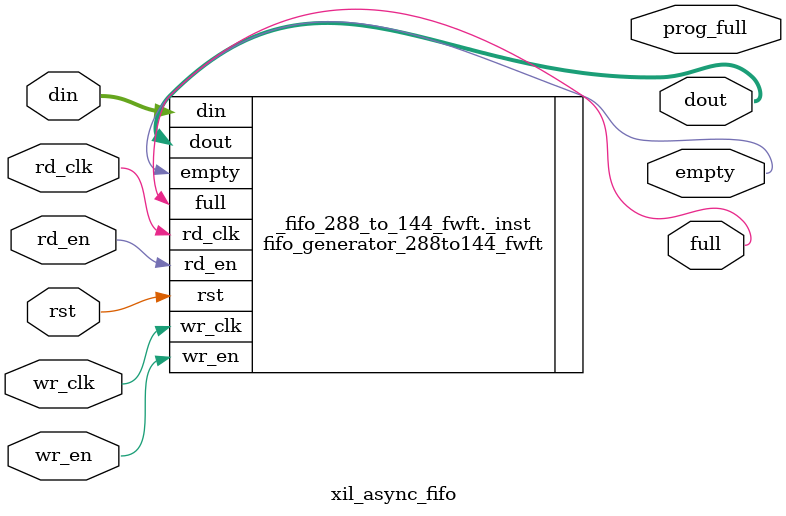
<source format=v>
/*******************************************************************************
 *
 *  NetFPGA-10G http://www.netfpga.org
 *
 *  File:
 *        xil_async_fifo.v
 *
 *  Library:
 *        hw/osnt/pcores/nf10_pcap_replay_uengine_v1_00_a
 *
 *  Module:
 *        xil_async_fifo
 *
 *  Author:
 *        Muhammad Shahbaz
 *
 *  Description:
 *
 *
 *  Copyright notice:
 *        Copyright (C) 2010, 2011 The Board of Trustees of The Leland Stanford
 *                                 Junior University
 *
 *  Licence:
 *        This file is part of the NetFPGA 10G development base package.
 *
 *        This file is free code: you can redistribute it and/or modify it under
 *        the terms of the GNU Lesser General Public License version 2.1 as
 *        published by the Free Software Foundation.
 *
 *        This package is distributed in the hope that it will be useful, but
 *        WITHOUT ANY WARRANTY; without even the implied warranty of
 *        MERCHANTABILITY or FITNESS FOR A PARTICULAR PURPOSE.  See the GNU
 *        Lesser General Public License for more details.
 *
 *        You should have received a copy of the GNU Lesser General Public
 *        License along with the NetFPGA source package.  If not, see
 *        http://www.gnu.org/licenses/.
 *
 */

module xil_async_fifo
#(
    parameter DIN_WIDTH  = 288,
    parameter DOUT_WIDTH = 144
)
(
    input                      rst,
    input                      wr_clk,
    input                      wr_en,
    input [DIN_WIDTH-1:0]  		 din,
    input                      rd_clk,
    input                      rd_en,
    output [DOUT_WIDTH-1:0]		 dout,
    output                     full,
    output                     prog_full,
    output                     empty
);

  // -- Modules and Logic
	
  generate 
	  if (DIN_WIDTH==288 && DOUT_WIDTH==144) begin: _fifo_288_to_144_fwft
			fifo_generator_288to144_fwft _inst (
		  	.rst(rst), // input rst
		 	.wr_clk(wr_clk), // input wr_clk
		  	.rd_clk(rd_clk), // input rd_clk
		  	.din(din), // input [287 : 0] din
		  	.wr_en(wr_en), // input wr_en
		  	.rd_en(rd_en), // input rd_en
		  	.dout(dout), // output [287 : 0] dout
		  	.full(full), // output full
		  	.empty(empty) // output empty
			);
		end
		else if (DIN_WIDTH==4 && DOUT_WIDTH==2) begin: _fifo_4_to_2_fwft
			fifo_generator_4to2_fwft _inst (
		  	.rst(rst), // input rst
		 	 	.wr_clk(wr_clk), // input wr_clk
		  	.rd_clk(rd_clk), // input rd_clk
		  	.din(din), // input [287 : 0] din
		  	.wr_en(wr_en), // input wr_en
		  	.rd_en(rd_en), // input rd_en
		  	.dout(dout), // output [287 : 0] dout
		  	.full(full), // output full
		  	.empty(empty) // output empty
			);
		end
		else if (DIN_WIDTH==144 && DOUT_WIDTH==288) begin: _fifo_144_to_288_fwft
			fifo_generator_144to288_fwft _inst (
	  		.rst(rst), // input rst
	 	 	.wr_clk(wr_clk), // input wr_clk
	  		.rd_clk(rd_clk), // input rd_clk
	  		.din(din), // input [287 : 0] din
	  		.wr_en(wr_en), // input wr_en
	  		.rd_en(rd_en), // input rd_en
	  		.dout(dout), // output [287 : 0] dout
	  		.full(full), // output full
		  	.prog_full(prog_full), // output prog_full
	  		.empty(empty) // output empty
			);
		end
		else if (DIN_WIDTH==9 && DOUT_WIDTH==9) begin: _fifo_9_to_9
			fifo_generator_9to9 _inst (
	  		.rst(rst), // input rst
	 	 		.wr_clk(wr_clk), // input wr_clk
	  		.rd_clk(rd_clk), // input rd_clk
	  		.din(din), // input [287 : 0] din
	  		.wr_en(wr_en), // input wr_en
	  		.rd_en(rd_en), // input rd_en
	  		.dout(dout), // output [287 : 0] dout
	  		.empty(empty) // output empty
			);
		end
	endgenerate
	
endmodule

</source>
